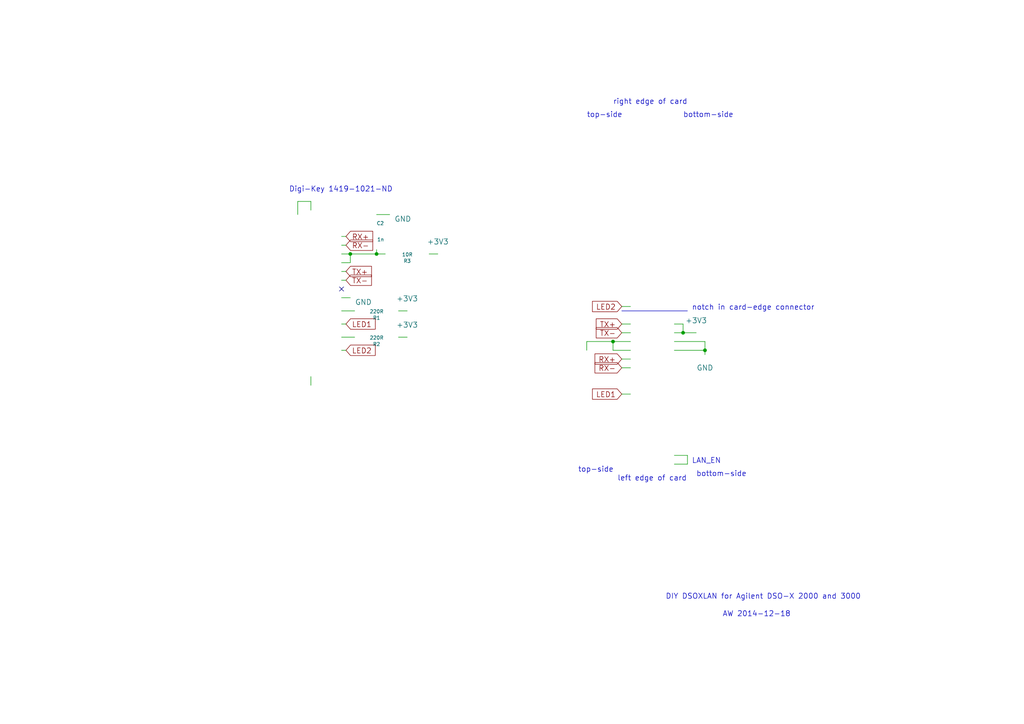
<source format=kicad_sch>
(kicad_sch (version 20230121) (generator eeschema)
  (paper "A4")
  (lib_symbols)
  (junction (at 204.47 101.6))
  (junction (at 101.6 73.66))
  (junction (at 109.22 73.66))
  (junction (at 177.8 99.06))
  (junction (at 198.12 96.52))
  (no_connect (at 99.06 83.82))
  (wire (pts (xy 180.34 104.14) (xy 182.88 104.14)))
  (wire (pts (xy 109.22 73.66) (xy 111.76 73.66)))
  (wire (pts (xy 109.22 72.39) (xy 109.22 73.66)))
  (wire (pts (xy 109.22 62.23) (xy 113.03 62.23)))
  (wire (pts (xy 118.11 97.79) (xy 115.57 97.79)))
  (wire (pts (xy 99.06 90.17) (xy 102.87 90.17)))
  (wire (pts (xy 182.88 114.3) (xy 180.34 114.3)))
  (wire (pts (xy 182.88 96.52) (xy 180.34 96.52)))
  (wire (pts (xy 90.17 58.42) (xy 90.17 60.96)))
  (wire (pts (xy 195.58 99.06) (xy 204.47 99.06)))
  (wire (pts (xy 199.39 132.08) (xy 199.39 134.62)))
  (wire (pts (xy 86.36 58.42) (xy 90.17 58.42)))
  (wire (pts (xy 195.58 93.98) (xy 198.12 93.98)))
  (wire (pts (xy 170.18 99.06) (xy 177.8 99.06)))
  (wire (pts (xy 182.88 88.9) (xy 180.34 88.9)))
  (wire (pts (xy 195.58 132.08) (xy 199.39 132.08)))
  (wire (pts (xy 199.39 134.62) (xy 195.58 134.62)))
  (polyline (pts (xy 180.34 90.17) (xy 199.39 90.17)))
  (wire (pts (xy 100.33 71.12) (xy 99.06 71.12)))
  (wire (pts (xy 198.12 93.98) (xy 198.12 96.52)))
  (wire (pts (xy 100.33 101.6) (xy 99.06 101.6)))
  (wire (pts (xy 100.33 68.58) (xy 99.06 68.58)))
  (wire (pts (xy 177.8 99.06) (xy 182.88 99.06)))
  (wire (pts (xy 102.87 97.79) (xy 99.06 97.79)))
  (wire (pts (xy 101.6 86.36) (xy 99.06 86.36)))
  (wire (pts (xy 204.47 99.06) (xy 204.47 101.6)))
  (wire (pts (xy 101.6 76.2) (xy 99.06 76.2)))
  (wire (pts (xy 100.33 93.98) (xy 99.06 93.98)))
  (wire (pts (xy 198.12 96.52) (xy 195.58 96.52)))
  (wire (pts (xy 100.33 81.28) (xy 99.06 81.28)))
  (wire (pts (xy 177.8 101.6) (xy 177.8 99.06)))
  (wire (pts (xy 99.06 73.66) (xy 101.6 73.66)))
  (wire (pts (xy 195.58 101.6) (xy 204.47 101.6)))
  (wire (pts (xy 170.18 99.06) (xy 170.18 101.6)))
  (wire (pts (xy 182.88 101.6) (xy 177.8 101.6)))
  (wire (pts (xy 201.93 96.52) (xy 198.12 96.52)))
  (wire (pts (xy 127 73.66) (xy 124.46 73.66)))
  (wire (pts (xy 180.34 106.68) (xy 182.88 106.68)))
  (wire (pts (xy 86.36 62.23) (xy 86.36 58.42)))
  (wire (pts (xy 204.47 101.6) (xy 204.47 102.87)))
  (wire (pts (xy 100.33 78.74) (xy 99.06 78.74)))
  (wire (pts (xy 101.6 73.66) (xy 109.22 73.66)))
  (wire (pts (xy 115.57 90.17) (xy 118.11 90.17)))
  (wire (pts (xy 101.6 73.66) (xy 101.6 76.2)))
  (wire (pts (xy 182.88 93.98) (xy 180.34 93.98)))
  (wire (pts (xy 90.17 111.76) (xy 90.17 109.22)))
  (text "notch in card-edge connector" (at 200.66 90.17 0) (effects (font (size 1.524 1.524)) (justify left bottom)))
  (text "DIY DSOXLAN for Agilent DSO-X 2000 and 3000" (at 193.04 173.99 0) (effects (font (size 1.524 1.524)) (justify left bottom)))
  (text "Digi-Key 1419-1021-ND" (at 83.82 55.88 0) (effects (font (size 1.524 1.524)) (justify left bottom)))
  (text "AW 2014-12-18" (at 209.55 179.07 0) (effects (font (size 1.524 1.524)) (justify left bottom)))
  (text "right edge of card" (at 177.8 30.48 0) (effects (font (size 1.524 1.524)) (justify left bottom)))
  (text "top-side" (at 167.64 137.16 0) (effects (font (size 1.524 1.524)) (justify left bottom)))
  (text "top-side" (at 170.18 34.29 0) (effects (font (size 1.524 1.524)) (justify left bottom)))
  (text "bottom-side" (at 201.93 138.43 0) (effects (font (size 1.524 1.524)) (justify left bottom)))
  (text "LAN_EN" (at 200.66 134.62 0) (effects (font (size 1.524 1.524)) (justify left bottom)))
  (text "bottom-side" (at 198.12 34.29 0) (effects (font (size 1.524 1.524)) (justify left bottom)))
  (text "left edge of card" (at 179.07 139.7 0) (effects (font (size 1.524 1.524)) (justify left bottom)))
  (global_label "TX-" (shape input) (at 180.34 96.52 180) (effects (font (size 1.524 1.524))) (property "Intersheetrefs" "${INTERSHEET_REFS}" (effects hide)))
  (global_label "LED1" (shape input) (at 180.34 114.3 180) (effects (font (size 1.524 1.524))) (property "Intersheetrefs" "${INTERSHEET_REFS}" (effects hide)))
  (global_label "TX+" (shape input) (at 100.33 78.74 0) (effects (font (size 1.524 1.524))) (property "Intersheetrefs" "${INTERSHEET_REFS}" (effects hide)))
  (global_label "TX-" (shape input) (at 100.33 81.28 0) (effects (font (size 1.524 1.524))) (property "Intersheetrefs" "${INTERSHEET_REFS}" (effects hide)))
  (global_label "TX+" (shape input) (at 180.34 93.98 180) (effects (font (size 1.524 1.524))) (property "Intersheetrefs" "${INTERSHEET_REFS}" (effects hide)))
  (global_label "RX-" (shape input) (at 180.34 106.68 180) (effects (font (size 1.524 1.524))) (property "Intersheetrefs" "${INTERSHEET_REFS}" (effects hide)))
  (global_label "RX+" (shape input) (at 180.34 104.14 180) (effects (font (size 1.524 1.524))) (property "Intersheetrefs" "${INTERSHEET_REFS}" (effects hide)))
  (global_label "RX+" (shape input) (at 100.33 68.58 0) (effects (font (size 1.524 1.524))) (property "Intersheetrefs" "${INTERSHEET_REFS}" (effects hide)))
  (global_label "LED1" (shape input) (at 100.33 93.98 0) (effects (font (size 1.524 1.524))) (property "Intersheetrefs" "${INTERSHEET_REFS}" (effects hide)))
  (global_label "LED2" (shape input) (at 180.34 88.9 180) (effects (font (size 1.524 1.524))) (property "Intersheetrefs" "${INTERSHEET_REFS}" (effects hide)))
  (global_label "RX-" (shape input) (at 100.33 71.12 0) (effects (font (size 1.524 1.524))) (property "Intersheetrefs" "${INTERSHEET_REFS}" (effects hide)))
  (global_label "LED2" (shape input) (at 100.33 101.6 0) (effects (font (size 1.524 1.524))) (property "Intersheetrefs" "${INTERSHEET_REFS}" (effects hide)))
  (symbol (lib_id "CNT-RJ45") (at 90.17 85.09 0) (mirror y) (unit 1)
    (property "Reference" "P1" (at 90.932 85.09 90) (effects (font (size 1.524 1.524))))
    (property "Value" "CNT-RJ45" (at 88.138 85.09 90) (effects (font (size 1.524 1.524))))
    (property "Footprint" "awallin:ETH-MAGJACK" (effects hide))
  )
  (symbol (lib_id "GND") (at 90.17 111.76 0) (unit 1)
    (property "Reference" "#PWR01" (effects hide))
    (property "Value" "GND" (at 90.17 115.57 0) (effects (font (size 1.524 1.524))))
  )
  (symbol (lib_id "R") (at 109.22 97.79 270) (unit 1)
    (property "Reference" "R2" (at 109.22 99.822 90) (effects (font (size 1.016 1.016))))
    (property "Value" "220R" (at 109.2454 97.9678 90) (effects (font (size 1.016 1.016))))
    (property "Footprint" "Resistors_SMD:R_0805_HandSoldering" (effects hide))
  )
  (symbol (lib_id "R") (at 109.22 90.17 270) (unit 1)
    (property "Reference" "R1" (at 109.22 92.202 90) (effects (font (size 1.016 1.016))))
    (property "Value" "220R" (at 109.2454 90.3478 90) (effects (font (size 1.016 1.016))))
    (property "Footprint" "Resistors_SMD:R_0805_HandSoldering" (effects hide))
  )
  (symbol (lib_id "+3V3") (at 118.11 90.17 0) (unit 1)
    (property "Reference" "#PWR02" (effects hide))
    (property "Value" "+3V3" (at 118.11 86.614 0) (effects (font (size 1.524 1.524))))
  )
  (symbol (lib_id "+3V3") (at 118.11 97.79 0) (unit 1)
    (property "Reference" "#PWR03" (effects hide))
    (property "Value" "+3V3" (at 118.11 94.234 0) (effects (font (size 1.524 1.524))))
  )
  (symbol (lib_id "GND") (at 101.6 86.36 0) (unit 1)
    (property "Reference" "#PWR04" (effects hide))
    (property "Value" "GND" (at 105.41 87.63 0) (effects (font (size 1.524 1.524))))
  )
  (symbol (lib_id "C") (at 109.22 67.31 0) (unit 1)
    (property "Reference" "C2" (at 109.22 64.77 0) (effects (font (size 1.016 1.016)) (justify left)))
    (property "Value" "1n" (at 109.3724 69.469 0) (effects (font (size 1.016 1.016)) (justify left)))
    (property "Footprint" "Capacitors_SMD:C_0805_HandSoldering" (effects hide))
  )
  (symbol (lib_id "GND") (at 113.03 62.23 0) (unit 1)
    (property "Reference" "#PWR05" (effects hide))
    (property "Value" "GND" (at 116.84 63.5 0) (effects (font (size 1.524 1.524))))
  )
  (symbol (lib_id "R") (at 118.11 73.66 270) (unit 1)
    (property "Reference" "R3" (at 118.11 75.692 90) (effects (font (size 1.016 1.016))))
    (property "Value" "10R" (at 118.1354 73.8378 90) (effects (font (size 1.016 1.016))))
    (property "Footprint" "Resistors_SMD:R_0805_HandSoldering" (effects hide))
  )
  (symbol (lib_id "+3V3") (at 127 73.66 0) (unit 1)
    (property "Reference" "#PWR06" (effects hide))
    (property "Value" "+3V3" (at 127 70.104 0) (effects (font (size 1.524 1.524))))
  )
  (symbol (lib_id "CONN_02X40") (at 189.23 85.09 0) (unit 1)
    (property "Reference" "P2" (at 189.23 33.02 0))
    (property "Value" "CONN_02X40" (at 189.23 85.09 90))
    (property "Footprint" "awallin:cardedge_40x2" (effects hide))
  )
  (symbol (lib_id "GND") (at 170.18 101.6 0) (unit 1)
    (property "Reference" "#PWR07" (effects hide))
    (property "Value" "GND" (at 170.18 105.41 0) (effects (font (size 1.524 1.524))))
  )
  (symbol (lib_id "GND") (at 204.47 102.87 0) (unit 1)
    (property "Reference" "#PWR08" (effects hide))
    (property "Value" "GND" (at 204.47 106.68 0) (effects (font (size 1.524 1.524))))
  )
  (symbol (lib_id "+3V3") (at 201.93 96.52 0) (unit 1)
    (property "Reference" "#PWR09" (effects hide))
    (property "Value" "+3V3" (at 201.93 92.964 0) (effects (font (size 1.524 1.524))))
  )
  (symbol (lib_id "GND") (at 86.36 62.23 0) (unit 1)
    (property "Reference" "#PWR010" (effects hide))
    (property "Value" "GND" (at 86.36 66.04 0) (effects (font (size 1.524 1.524))))
  )
)
</source>
